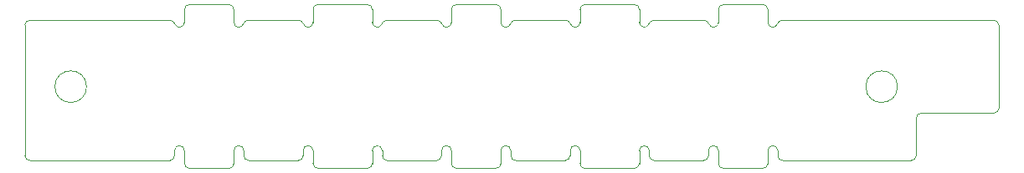
<source format=gm1>
G04 #@! TF.GenerationSoftware,KiCad,Pcbnew,(6.0.5-0)*
G04 #@! TF.CreationDate,2023-01-17T15:30:00+09:00*
G04 #@! TF.ProjectId,qPCR-led-north,71504352-2d6c-4656-942d-6e6f7274682e,rev?*
G04 #@! TF.SameCoordinates,Original*
G04 #@! TF.FileFunction,Profile,NP*
%FSLAX46Y46*%
G04 Gerber Fmt 4.6, Leading zero omitted, Abs format (unit mm)*
G04 Created by KiCad (PCBNEW (6.0.5-0)) date 2023-01-17 15:30:00*
%MOMM*%
%LPD*%
G01*
G04 APERTURE LIST*
G04 #@! TA.AperFunction,Profile*
%ADD10C,0.100000*%
G04 #@! TD*
G04 APERTURE END LIST*
D10*
X177100000Y-101622000D02*
G75*
G03*
X177100000Y-101622000I-1600000J0D01*
G01*
X186865000Y-104300400D02*
G75*
G03*
X187365000Y-103800360I0J500000D01*
G01*
X187365000Y-103800360D02*
X187365000Y-95399640D01*
X179500000Y-104300400D02*
G75*
G03*
X179000000Y-104800360I0J-500000D01*
G01*
X179500000Y-104300360D02*
X186865000Y-104300360D01*
X88865000Y-95399640D02*
X88865000Y-108600360D01*
X88865040Y-108600360D02*
G75*
G03*
X89365000Y-109100360I499960J-40D01*
G01*
X89365000Y-109100360D02*
X103500000Y-109100360D01*
X103500000Y-109100400D02*
G75*
G03*
X104000000Y-108600360I0J500000D01*
G01*
X104000000Y-108600360D02*
X104000000Y-108100360D01*
X105000000Y-108100360D02*
G75*
G03*
X104000000Y-108100360I-500000J0D01*
G01*
X105000000Y-108100360D02*
X105000000Y-109400000D01*
X105000000Y-109400000D02*
G75*
G03*
X105500000Y-109900000I500000J0D01*
G01*
X105500000Y-109900000D02*
X109500000Y-109900000D01*
X109500000Y-109900000D02*
G75*
G03*
X110000000Y-109400000I0J500000D01*
G01*
X110000000Y-109400000D02*
X110000000Y-108100360D01*
X111000000Y-108100360D02*
G75*
G03*
X110000000Y-108100360I-500000J0D01*
G01*
X111000000Y-108100360D02*
X111000000Y-108600360D01*
X111000040Y-108600360D02*
G75*
G03*
X111500000Y-109100360I499960J-40D01*
G01*
X111500000Y-109100360D02*
X116500000Y-109100360D01*
X116500000Y-109100400D02*
G75*
G03*
X117000000Y-108600360I0J500000D01*
G01*
X117000000Y-108600360D02*
X117000000Y-108100360D01*
X118000000Y-108100360D02*
G75*
G03*
X117000000Y-108100360I-500000J0D01*
G01*
X118000000Y-108100360D02*
X118000000Y-109400364D01*
X118000036Y-109400364D02*
G75*
G03*
X118500000Y-109900364I499964J-36D01*
G01*
X118500000Y-109900364D02*
X123500000Y-109900364D01*
X123500000Y-109900400D02*
G75*
G03*
X124000000Y-109400364I0J500000D01*
G01*
X124000000Y-109400364D02*
X124000000Y-108100360D01*
X125000000Y-108100362D02*
G75*
G03*
X124000000Y-108100360I-500000J-38D01*
G01*
X125000000Y-108100360D02*
X125000000Y-108600360D01*
X125000040Y-108600360D02*
G75*
G03*
X125500000Y-109100360I499960J-40D01*
G01*
X125500000Y-109100360D02*
X130500000Y-109100360D01*
X130500000Y-109100400D02*
G75*
G03*
X131000000Y-108600360I0J500000D01*
G01*
X131000000Y-108600360D02*
X131000000Y-108100360D01*
X132000000Y-108100360D02*
G75*
G03*
X131000000Y-108100360I-500000J0D01*
G01*
X132000000Y-108100360D02*
X132000000Y-109400000D01*
X132000000Y-109400000D02*
G75*
G03*
X132500000Y-109900000I500000J0D01*
G01*
X132500000Y-109900000D02*
X136500000Y-109900000D01*
X136500000Y-109900000D02*
G75*
G03*
X137000000Y-109400000I0J500000D01*
G01*
X137000000Y-109400000D02*
X137000000Y-108100360D01*
X138000000Y-108100360D02*
G75*
G03*
X137000000Y-108100360I-500000J0D01*
G01*
X138000000Y-108100360D02*
X138000000Y-108600360D01*
X138000040Y-108600360D02*
G75*
G03*
X138500000Y-109100360I499960J-40D01*
G01*
X138500000Y-109100360D02*
X143500000Y-109100360D01*
X143500000Y-109100400D02*
G75*
G03*
X144000000Y-108600360I0J500000D01*
G01*
X144000000Y-108600360D02*
X144000000Y-108100360D01*
X145000000Y-108100360D02*
G75*
G03*
X144000000Y-108100360I-500000J0D01*
G01*
X145000000Y-108100360D02*
X145000000Y-109400359D01*
X145000041Y-109400359D02*
G75*
G03*
X145500000Y-109900359I499959J-41D01*
G01*
X145500000Y-109900359D02*
X150500000Y-109900359D01*
X150500000Y-109900400D02*
G75*
G03*
X151000000Y-109400359I0J500000D01*
G01*
X151000000Y-109400359D02*
X151000000Y-108100360D01*
X152000000Y-108100360D02*
G75*
G03*
X151000000Y-108100360I-500000J0D01*
G01*
X152000000Y-108100360D02*
X152000000Y-108600360D01*
X152000040Y-108600360D02*
G75*
G03*
X152500000Y-109100360I499960J-40D01*
G01*
X152500000Y-109100360D02*
X157500000Y-109100360D01*
X157500000Y-109100400D02*
G75*
G03*
X158000000Y-108600360I0J500000D01*
G01*
X158000000Y-108600360D02*
X158000000Y-108100360D01*
X159000000Y-108100360D02*
G75*
G03*
X158000000Y-108100360I-500000J0D01*
G01*
X159000000Y-108100360D02*
X159000000Y-109400000D01*
X159000000Y-109400000D02*
G75*
G03*
X159500000Y-109900000I500000J0D01*
G01*
X159500000Y-109900000D02*
X163500000Y-109900000D01*
X163500000Y-109900000D02*
G75*
G03*
X164000000Y-109400000I0J500000D01*
G01*
X164000000Y-109400000D02*
X164000000Y-108100360D01*
X165000000Y-108100360D02*
G75*
G03*
X164000000Y-108100360I-500000J0D01*
G01*
X165000000Y-108100360D02*
X165000000Y-108600360D01*
X165000040Y-108600360D02*
G75*
G03*
X165500000Y-109100360I499960J-40D01*
G01*
X165500000Y-109100360D02*
X178500000Y-109100360D01*
X178500000Y-109100400D02*
G75*
G03*
X179000000Y-108600360I0J500000D01*
G01*
X179000000Y-104800360D02*
X179000000Y-108600360D01*
X103545747Y-94899640D02*
X89365000Y-94899640D01*
X157545747Y-94899640D02*
X152454254Y-94899640D01*
X186865000Y-94899640D02*
X165454254Y-94899640D01*
X150999988Y-95100640D02*
G75*
G03*
X151977127Y-95250140I500012J40D01*
G01*
X118000000Y-93800000D02*
X118000000Y-95100640D01*
X143545747Y-94899640D02*
X138454254Y-94899640D01*
X105500000Y-93300000D02*
G75*
G03*
X105000000Y-93800000I0J-500000D01*
G01*
X131022885Y-95250136D02*
G75*
G03*
X132000000Y-95100640I477115J149536D01*
G01*
X151000000Y-93800000D02*
G75*
G03*
X150500000Y-93300000I-500000J0D01*
G01*
X132500000Y-93300000D02*
G75*
G03*
X132000000Y-93800000I0J-500000D01*
G01*
X95100000Y-101622000D02*
G75*
G03*
X95100000Y-101622000I-1600000J0D01*
G01*
X136500000Y-93300000D02*
X132500000Y-93300000D01*
X163999988Y-95100640D02*
G75*
G03*
X164977127Y-95250140I500012J40D01*
G01*
X164000000Y-95100640D02*
X164000000Y-93800000D01*
X130545747Y-94899640D02*
X125454254Y-94899640D01*
X163500000Y-93300000D02*
X159500000Y-93300000D01*
X151000000Y-95100640D02*
X151000000Y-93800000D01*
X124000000Y-93800000D02*
G75*
G03*
X123500000Y-93300000I-500000J0D01*
G01*
X124000000Y-95100640D02*
X124000000Y-93800000D01*
X152454254Y-94899568D02*
G75*
G03*
X151977127Y-95250140I46J-500032D01*
G01*
X132000000Y-93800000D02*
X132000000Y-95100640D01*
X123999988Y-95100640D02*
G75*
G03*
X124977127Y-95250140I500012J40D01*
G01*
X165454254Y-94899568D02*
G75*
G03*
X164977127Y-95250140I46J-500032D01*
G01*
X89365000Y-94899600D02*
G75*
G03*
X88865000Y-95399640I0J-500000D01*
G01*
X110000000Y-93800000D02*
G75*
G03*
X109500000Y-93300000I-500000J0D01*
G01*
X137000000Y-95100640D02*
X137000000Y-93800000D01*
X109500000Y-93300000D02*
X105500000Y-93300000D01*
X159000000Y-93800000D02*
X159000000Y-95100640D01*
X117022804Y-95250162D02*
G75*
G03*
X116545747Y-94899640I-477104J-149438D01*
G01*
X104022885Y-95250136D02*
G75*
G03*
X105000000Y-95100640I477115J149536D01*
G01*
X125454254Y-94899568D02*
G75*
G03*
X124977127Y-95250140I46J-500032D01*
G01*
X109999988Y-95100640D02*
G75*
G03*
X110977127Y-95250140I500012J40D01*
G01*
X159500000Y-93300000D02*
G75*
G03*
X159000000Y-93800000I0J-500000D01*
G01*
X104022804Y-95250162D02*
G75*
G03*
X103545747Y-94899640I-477104J-149438D01*
G01*
X118500000Y-93300000D02*
G75*
G03*
X118000000Y-93800000I0J-500000D01*
G01*
X136999988Y-95100640D02*
G75*
G03*
X137977127Y-95250140I500012J40D01*
G01*
X187364960Y-95399640D02*
G75*
G03*
X186865000Y-94899640I-499960J40D01*
G01*
X150500000Y-93300000D02*
X145500000Y-93300000D01*
X111454254Y-94899568D02*
G75*
G03*
X110977127Y-95250140I46J-500032D01*
G01*
X158022885Y-95250136D02*
G75*
G03*
X159000000Y-95100640I477115J149536D01*
G01*
X164000000Y-93800000D02*
G75*
G03*
X163500000Y-93300000I-500000J0D01*
G01*
X138454254Y-94899568D02*
G75*
G03*
X137977127Y-95250140I46J-500032D01*
G01*
X144022804Y-95250162D02*
G75*
G03*
X143545747Y-94899640I-477104J-149438D01*
G01*
X105000000Y-93800000D02*
X105000000Y-95100640D01*
X158022804Y-95250162D02*
G75*
G03*
X157545747Y-94899640I-477104J-149438D01*
G01*
X116545747Y-94899640D02*
X111454254Y-94899640D01*
X110000000Y-95100640D02*
X110000000Y-93800000D01*
X144022885Y-95250136D02*
G75*
G03*
X145000000Y-95100640I477115J149536D01*
G01*
X123500000Y-93300000D02*
X118500000Y-93300000D01*
X137000000Y-93800000D02*
G75*
G03*
X136500000Y-93300000I-500000J0D01*
G01*
X117022885Y-95250136D02*
G75*
G03*
X118000000Y-95100640I477115J149536D01*
G01*
X131022804Y-95250162D02*
G75*
G03*
X130545747Y-94899640I-477104J-149438D01*
G01*
X145000000Y-93800000D02*
X145000000Y-95100640D01*
X145500000Y-93300000D02*
G75*
G03*
X145000000Y-93800000I0J-500000D01*
G01*
M02*

</source>
